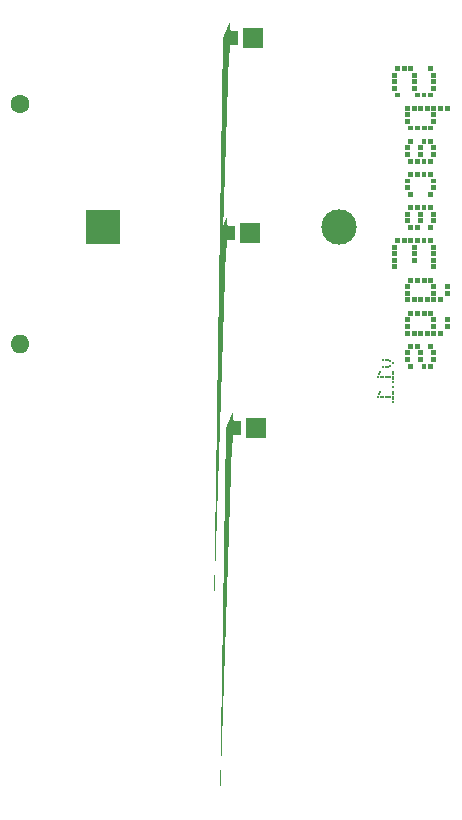
<source format=gbr>
%TF.GenerationSoftware,KiCad,Pcbnew,7.0.10*%
%TF.CreationDate,2024-03-05T20:04:55+01:00*%
%TF.ProjectId,spaceEggs,73706163-6545-4676-9773-2e6b69636164,rev?*%
%TF.SameCoordinates,Original*%
%TF.FileFunction,Soldermask,Bot*%
%TF.FilePolarity,Negative*%
%FSLAX46Y46*%
G04 Gerber Fmt 4.6, Leading zero omitted, Abs format (unit mm)*
G04 Created by KiCad (PCBNEW 7.0.10) date 2024-03-05 20:04:55*
%MOMM*%
%LPD*%
G01*
G04 APERTURE LIST*
G04 Aperture macros list*
%AMFreePoly0*
4,1,101,0.523063,1.238106,0.538902,1.238106,0.551715,1.228796,0.566779,1.223902,0.576088,1.211088,0.588902,1.201779,0.593796,1.186715,0.603106,1.173902,0.603106,1.158062,0.608000,1.143000,0.608000,0.609600,0.609600,0.609600,0.609600,0.608000,1.143000,0.608000,1.158063,0.603106,1.173902,0.603106,1.186715,0.593796,1.201779,0.588902,1.211088,0.576088,1.223902,0.566779,
1.228796,0.551715,1.238106,0.538902,1.238106,0.523062,1.243000,0.508000,1.243000,-0.508000,1.238106,-0.523062,1.238106,-0.538902,1.228796,-0.551715,1.223902,-0.566779,1.211088,-0.576088,1.201779,-0.588902,1.186715,-0.593796,1.173902,-0.603106,1.158063,-0.603106,1.143000,-0.608000,0.609600,-0.608000,0.609600,-0.609600,0.608000,-0.609600,0.608000,-1.143000,0.603106,-1.158062,
0.603106,-1.173902,0.593796,-1.186715,0.588902,-1.201779,0.576088,-1.211088,0.566779,-1.223902,0.551715,-1.228796,0.538902,-1.238106,0.523063,-1.238106,0.508000,-1.243000,-0.508000,-1.243000,-0.523063,-1.238106,-0.538902,-1.238106,-0.551715,-1.228796,-0.566779,-1.223902,-0.576088,-1.211088,-0.588902,-1.201779,-0.593796,-1.186715,-0.603106,-1.173902,-0.603106,-1.158062,-0.608000,-1.143000,
-0.608000,-0.609600,-0.609600,-0.609600,-0.609600,-0.608000,-1.143000,-0.608000,-1.158063,-0.603106,-1.173902,-0.603106,-1.186715,-0.593796,-1.201779,-0.588902,-1.211088,-0.576088,-1.223902,-0.566779,-1.228796,-0.551715,-1.238106,-0.538902,-1.238106,-0.523062,-1.243000,-0.508000,-1.243000,0.508000,-1.238106,0.523062,-1.238106,0.538902,-1.228796,0.551715,-1.223902,0.566779,-1.211088,0.576088,
-1.201779,0.588902,-1.186715,0.593796,-1.173902,0.603106,-1.158063,0.603106,-1.143000,0.608000,-0.609600,0.608000,-0.609600,0.609600,-0.608000,0.609600,-0.608000,1.143000,-0.603106,1.158062,-0.603106,1.173902,-0.593796,1.186715,-0.588902,1.201779,-0.576088,1.211088,-0.566779,1.223902,-0.551715,1.228796,-0.538902,1.238106,-0.523063,1.238106,-0.508000,1.243000,0.508000,1.243000,
0.523063,1.238106,0.523063,1.238106,$1*%
G04 Aperture macros list end*
%ADD10C,0.187500*%
%ADD11C,0.250000*%
%ADD12R,1.800000X1.800000*%
%ADD13FreePoly0,180.000000*%
%ADD14C,1.600000*%
%ADD15O,1.600000X1.600000*%
%ADD16R,3.000000X3.000000*%
%ADD17C,3.000000*%
G04 APERTURE END LIST*
D10*
G36*
X132214265Y-73660000D02*
G01*
X132214265Y-73829260D01*
X132383342Y-73829260D01*
X132383342Y-73660000D01*
X132214265Y-73660000D01*
G37*
G36*
X132425291Y-73660000D02*
G01*
X132425291Y-73829260D01*
X132594368Y-73829260D01*
X132594368Y-73660000D01*
X132425291Y-73660000D01*
G37*
G36*
X132631371Y-73660000D02*
G01*
X132631371Y-73829260D01*
X132800448Y-73829260D01*
X132800448Y-73660000D01*
X132631371Y-73660000D01*
G37*
G36*
X133053422Y-73976538D02*
G01*
X133053422Y-74145799D01*
X133222500Y-74145799D01*
X133222500Y-73976538D01*
X133053422Y-73976538D01*
G37*
G36*
X132631371Y-74287948D02*
G01*
X132631371Y-74457208D01*
X132800448Y-74457208D01*
X132800448Y-74287948D01*
X132631371Y-74287948D01*
G37*
G36*
X132214265Y-74287948D02*
G01*
X132214265Y-74457208D01*
X132383342Y-74457208D01*
X132383342Y-74287948D01*
X132214265Y-74287948D01*
G37*
G36*
X132425291Y-74287948D02*
G01*
X132425291Y-74457208D01*
X132594368Y-74457208D01*
X132594368Y-74287948D01*
X132425291Y-74287948D01*
G37*
G36*
X132842397Y-73765512D02*
G01*
X132842397Y-73934773D01*
X133011474Y-73934773D01*
X133011474Y-73765512D01*
X132842397Y-73765512D01*
G37*
G36*
X132842397Y-74182435D02*
G01*
X132842397Y-74351695D01*
X133011474Y-74351695D01*
X133011474Y-74182435D01*
X132842397Y-74182435D01*
G37*
G36*
X131792213Y-75132051D02*
G01*
X131792213Y-75301311D01*
X131961290Y-75301311D01*
X131961290Y-75132051D01*
X131792213Y-75132051D01*
G37*
G36*
X131951399Y-74710000D02*
G01*
X131951399Y-74879260D01*
X132120476Y-74879260D01*
X132120476Y-74710000D01*
X131951399Y-74710000D01*
G37*
G36*
X132842397Y-75132051D02*
G01*
X132842397Y-75301311D01*
X133011474Y-75301311D01*
X133011474Y-75132051D01*
X132842397Y-75132051D01*
G37*
G36*
X133053422Y-74710000D02*
G01*
X133053422Y-74879260D01*
X133222500Y-74879260D01*
X133222500Y-74710000D01*
X133053422Y-74710000D01*
G37*
G36*
X132214265Y-75132051D02*
G01*
X132214265Y-75301311D01*
X132383342Y-75301311D01*
X132383342Y-75132051D01*
X132214265Y-75132051D01*
G37*
G36*
X133053422Y-74921025D02*
G01*
X133053422Y-75090286D01*
X133222500Y-75090286D01*
X133222500Y-74921025D01*
X133053422Y-74921025D01*
G37*
G36*
X133053422Y-75132051D02*
G01*
X133053422Y-75301311D01*
X133222500Y-75301311D01*
X133222500Y-75132051D01*
X133053422Y-75132051D01*
G37*
G36*
X133053422Y-75337948D02*
G01*
X133053422Y-75507208D01*
X133222500Y-75507208D01*
X133222500Y-75337948D01*
X133053422Y-75337948D01*
G37*
G36*
X133053422Y-75548974D02*
G01*
X133053422Y-75718234D01*
X133222500Y-75718234D01*
X133222500Y-75548974D01*
X133053422Y-75548974D01*
G37*
G36*
X131845886Y-74921025D02*
G01*
X131845886Y-75090286D01*
X132014963Y-75090286D01*
X132014963Y-74921025D01*
X131845886Y-74921025D01*
G37*
G36*
X132425291Y-75132051D02*
G01*
X132425291Y-75301311D01*
X132594368Y-75301311D01*
X132594368Y-75132051D01*
X132425291Y-75132051D01*
G37*
G36*
X132003239Y-75132051D02*
G01*
X132003239Y-75301311D01*
X132172316Y-75301311D01*
X132172316Y-75132051D01*
X132003239Y-75132051D01*
G37*
G36*
X132631371Y-75132051D02*
G01*
X132631371Y-75301311D01*
X132800448Y-75301311D01*
X132800448Y-75132051D01*
X132631371Y-75132051D01*
G37*
G36*
X133053422Y-75969560D02*
G01*
X133053422Y-76138820D01*
X133222500Y-76138820D01*
X133222500Y-75969560D01*
X133053422Y-75969560D01*
G37*
G36*
X131792213Y-76811465D02*
G01*
X131792213Y-76980725D01*
X131961290Y-76980725D01*
X131961290Y-76811465D01*
X131792213Y-76811465D01*
G37*
G36*
X131951399Y-76389413D02*
G01*
X131951399Y-76558674D01*
X132120476Y-76558674D01*
X132120476Y-76389413D01*
X131951399Y-76389413D01*
G37*
G36*
X132842397Y-76811465D02*
G01*
X132842397Y-76980725D01*
X133011474Y-76980725D01*
X133011474Y-76811465D01*
X132842397Y-76811465D01*
G37*
G36*
X133053422Y-76389413D02*
G01*
X133053422Y-76558674D01*
X133222500Y-76558674D01*
X133222500Y-76389413D01*
X133053422Y-76389413D01*
G37*
G36*
X132214265Y-76811465D02*
G01*
X132214265Y-76980725D01*
X132383342Y-76980725D01*
X132383342Y-76811465D01*
X132214265Y-76811465D01*
G37*
G36*
X133053422Y-76600439D02*
G01*
X133053422Y-76769699D01*
X133222500Y-76769699D01*
X133222500Y-76600439D01*
X133053422Y-76600439D01*
G37*
G36*
X133053422Y-76811465D02*
G01*
X133053422Y-76980725D01*
X133222500Y-76980725D01*
X133222500Y-76811465D01*
X133053422Y-76811465D01*
G37*
G36*
X133053422Y-77017362D02*
G01*
X133053422Y-77186622D01*
X133222500Y-77186622D01*
X133222500Y-77017362D01*
X133053422Y-77017362D01*
G37*
G36*
X133053422Y-77228387D02*
G01*
X133053422Y-77397648D01*
X133222500Y-77397648D01*
X133222500Y-77228387D01*
X133053422Y-77228387D01*
G37*
G36*
X131845886Y-76600439D02*
G01*
X131845886Y-76769699D01*
X132014963Y-76769699D01*
X132014963Y-76600439D01*
X131845886Y-76600439D01*
G37*
G36*
X132425291Y-76811465D02*
G01*
X132425291Y-76980725D01*
X132594368Y-76980725D01*
X132594368Y-76811465D01*
X132425291Y-76811465D01*
G37*
G36*
X132003239Y-76811465D02*
G01*
X132003239Y-76980725D01*
X132172316Y-76980725D01*
X132172316Y-76811465D01*
X132003239Y-76811465D01*
G37*
G36*
X132631371Y-76811465D02*
G01*
X132631371Y-76980725D01*
X132800448Y-76980725D01*
X132800448Y-76811465D01*
X132631371Y-76811465D01*
G37*
D11*
G36*
X133037166Y-49457735D02*
G01*
X133037166Y-49877833D01*
X133456775Y-49877833D01*
X133456775Y-49457735D01*
X133037166Y-49457735D01*
G37*
G36*
X133037166Y-50569528D02*
G01*
X133037166Y-50989626D01*
X133456775Y-50989626D01*
X133456775Y-50569528D01*
X133037166Y-50569528D01*
G37*
G36*
X133318534Y-51132264D02*
G01*
X133318534Y-51552362D01*
X133738143Y-51552362D01*
X133738143Y-51132264D01*
X133318534Y-51132264D01*
G37*
G36*
X134725373Y-49457735D02*
G01*
X134725373Y-49877833D01*
X135144982Y-49877833D01*
X135144982Y-49457735D01*
X134725373Y-49457735D01*
G37*
G36*
X136400390Y-49457735D02*
G01*
X136400390Y-49877833D01*
X136820000Y-49877833D01*
X136820000Y-49457735D01*
X136400390Y-49457735D01*
G37*
G36*
X136400390Y-50020471D02*
G01*
X136400390Y-50440568D01*
X136820000Y-50440568D01*
X136820000Y-50020471D01*
X136400390Y-50020471D01*
G37*
G36*
X134725373Y-50020471D02*
G01*
X134725373Y-50440568D01*
X135144982Y-50440568D01*
X135144982Y-50020471D01*
X134725373Y-50020471D01*
G37*
G36*
X136400390Y-50569528D02*
G01*
X136400390Y-50989626D01*
X136820000Y-50989626D01*
X136820000Y-50569528D01*
X136400390Y-50569528D01*
G37*
G36*
X134725373Y-50569528D02*
G01*
X134725373Y-50989626D01*
X135144982Y-50989626D01*
X135144982Y-50569528D01*
X134725373Y-50569528D01*
G37*
G36*
X133037166Y-50020471D02*
G01*
X133037166Y-50440568D01*
X133456775Y-50440568D01*
X133456775Y-50020471D01*
X133037166Y-50020471D01*
G37*
G36*
X133318534Y-48895000D02*
G01*
X133318534Y-49315097D01*
X133738143Y-49315097D01*
X133738143Y-48895000D01*
X133318534Y-48895000D01*
G37*
G36*
X133881270Y-48895000D02*
G01*
X133881270Y-49315097D01*
X134300879Y-49315097D01*
X134300879Y-48895000D01*
X133881270Y-48895000D01*
G37*
G36*
X135006741Y-51132264D02*
G01*
X135006741Y-51552362D01*
X135426350Y-51552362D01*
X135426350Y-51132264D01*
X135006741Y-51132264D01*
G37*
G36*
X135556287Y-51132264D02*
G01*
X135556287Y-51552362D01*
X135975896Y-51552362D01*
X135975896Y-51132264D01*
X135556287Y-51132264D01*
G37*
G36*
X134444005Y-48895000D02*
G01*
X134444005Y-49315097D01*
X134863614Y-49315097D01*
X134863614Y-48895000D01*
X134444005Y-48895000D01*
G37*
G36*
X136119023Y-48895000D02*
G01*
X136119023Y-49315097D01*
X136538632Y-49315097D01*
X136538632Y-48895000D01*
X136119023Y-48895000D01*
G37*
G36*
X136119023Y-51132264D02*
G01*
X136119023Y-51552362D01*
X136538632Y-51552362D01*
X136538632Y-51132264D01*
X136119023Y-51132264D01*
G37*
G36*
X134162637Y-52253827D02*
G01*
X134162637Y-52673925D01*
X134582247Y-52673925D01*
X134582247Y-52253827D01*
X134162637Y-52253827D01*
G37*
G36*
X134162637Y-53379298D02*
G01*
X134162637Y-53799396D01*
X134582247Y-53799396D01*
X134582247Y-53379298D01*
X134162637Y-53379298D01*
G37*
G36*
X134444005Y-53928356D02*
G01*
X134444005Y-54348454D01*
X134863614Y-54348454D01*
X134863614Y-53928356D01*
X134444005Y-53928356D01*
G37*
G36*
X135569476Y-53928356D02*
G01*
X135569476Y-54348454D01*
X135989085Y-54348454D01*
X135989085Y-53928356D01*
X135569476Y-53928356D01*
G37*
G36*
X137525861Y-52253827D02*
G01*
X137525861Y-52673925D01*
X137945471Y-52673925D01*
X137945471Y-52253827D01*
X137525861Y-52253827D01*
G37*
G36*
X135850844Y-52253827D02*
G01*
X135850844Y-52673925D01*
X136270453Y-52673925D01*
X136270453Y-52253827D01*
X135850844Y-52253827D01*
G37*
G36*
X134725373Y-52253827D02*
G01*
X134725373Y-52673925D01*
X135144982Y-52673925D01*
X135144982Y-52253827D01*
X134725373Y-52253827D01*
G37*
G36*
X136132212Y-53928356D02*
G01*
X136132212Y-54348454D01*
X136551821Y-54348454D01*
X136551821Y-53928356D01*
X136132212Y-53928356D01*
G37*
G36*
X134162637Y-52816563D02*
G01*
X134162637Y-53236660D01*
X134582247Y-53236660D01*
X134582247Y-52816563D01*
X134162637Y-52816563D01*
G37*
G36*
X135006741Y-53928356D02*
G01*
X135006741Y-54348454D01*
X135426350Y-54348454D01*
X135426350Y-53928356D01*
X135006741Y-53928356D01*
G37*
G36*
X136400390Y-52253827D02*
G01*
X136400390Y-52673925D01*
X136820000Y-52673925D01*
X136820000Y-52253827D01*
X136400390Y-52253827D01*
G37*
G36*
X136400390Y-52816563D02*
G01*
X136400390Y-53236660D01*
X136820000Y-53236660D01*
X136820000Y-52816563D01*
X136400390Y-52816563D01*
G37*
G36*
X136400390Y-53379298D02*
G01*
X136400390Y-53799396D01*
X136820000Y-53799396D01*
X136820000Y-53379298D01*
X136400390Y-53379298D01*
G37*
G36*
X135288108Y-52253827D02*
G01*
X135288108Y-52673925D01*
X135707718Y-52673925D01*
X135707718Y-52253827D01*
X135288108Y-52253827D01*
G37*
G36*
X136963126Y-52253827D02*
G01*
X136963126Y-52673925D01*
X137382735Y-52673925D01*
X137382735Y-52253827D01*
X136963126Y-52253827D01*
G37*
G36*
X134162637Y-55616563D02*
G01*
X134162637Y-56036660D01*
X134582247Y-56036660D01*
X134582247Y-55616563D01*
X134162637Y-55616563D01*
G37*
G36*
X134444005Y-55053827D02*
G01*
X134444005Y-55473925D01*
X134863614Y-55473925D01*
X134863614Y-55053827D01*
X134444005Y-55053827D01*
G37*
G36*
X135556287Y-55053827D02*
G01*
X135556287Y-55473925D01*
X135975896Y-55473925D01*
X135975896Y-55053827D01*
X135556287Y-55053827D01*
G37*
G36*
X135556287Y-56728356D02*
G01*
X135556287Y-57148454D01*
X135975896Y-57148454D01*
X135975896Y-56728356D01*
X135556287Y-56728356D01*
G37*
G36*
X135006741Y-56728356D02*
G01*
X135006741Y-57148454D01*
X135426350Y-57148454D01*
X135426350Y-56728356D01*
X135006741Y-56728356D01*
G37*
G36*
X136119023Y-55053827D02*
G01*
X136119023Y-55473925D01*
X136538632Y-55473925D01*
X136538632Y-55053827D01*
X136119023Y-55053827D01*
G37*
G36*
X136119023Y-56728356D02*
G01*
X136119023Y-57148454D01*
X136538632Y-57148454D01*
X136538632Y-56728356D01*
X136119023Y-56728356D01*
G37*
G36*
X134162637Y-56179298D02*
G01*
X134162637Y-56599396D01*
X134582247Y-56599396D01*
X134582247Y-56179298D01*
X134162637Y-56179298D01*
G37*
G36*
X134444005Y-56728356D02*
G01*
X134444005Y-57148454D01*
X134863614Y-57148454D01*
X134863614Y-56728356D01*
X134444005Y-56728356D01*
G37*
G36*
X135274919Y-55616563D02*
G01*
X135274919Y-56036660D01*
X135694528Y-56036660D01*
X135694528Y-55616563D01*
X135274919Y-55616563D01*
G37*
G36*
X135274919Y-56179298D02*
G01*
X135274919Y-56599396D01*
X135694528Y-56599396D01*
X135694528Y-56179298D01*
X135274919Y-56179298D01*
G37*
G36*
X136400390Y-55616563D02*
G01*
X136400390Y-56036660D01*
X136820000Y-56036660D01*
X136820000Y-55616563D01*
X136400390Y-55616563D01*
G37*
G36*
X136400390Y-56179298D02*
G01*
X136400390Y-56599396D01*
X136820000Y-56599396D01*
X136820000Y-56179298D01*
X136400390Y-56179298D01*
G37*
G36*
X134162637Y-58416563D02*
G01*
X134162637Y-58836660D01*
X134582247Y-58836660D01*
X134582247Y-58416563D01*
X134162637Y-58416563D01*
G37*
G36*
X134444005Y-57853827D02*
G01*
X134444005Y-58273925D01*
X134863614Y-58273925D01*
X134863614Y-57853827D01*
X134444005Y-57853827D01*
G37*
G36*
X136119023Y-59528356D02*
G01*
X136119023Y-59948454D01*
X136538632Y-59948454D01*
X136538632Y-59528356D01*
X136119023Y-59528356D01*
G37*
G36*
X136400390Y-58416563D02*
G01*
X136400390Y-58836660D01*
X136820000Y-58836660D01*
X136820000Y-58416563D01*
X136400390Y-58416563D01*
G37*
G36*
X135006741Y-57853827D02*
G01*
X135006741Y-58273925D01*
X135426350Y-58273925D01*
X135426350Y-57853827D01*
X135006741Y-57853827D01*
G37*
G36*
X136400390Y-58979298D02*
G01*
X136400390Y-59399396D01*
X136820000Y-59399396D01*
X136820000Y-58979298D01*
X136400390Y-58979298D01*
G37*
G36*
X134162637Y-58979298D02*
G01*
X134162637Y-59399396D01*
X134582247Y-59399396D01*
X134582247Y-58979298D01*
X134162637Y-58979298D01*
G37*
G36*
X134444005Y-59528356D02*
G01*
X134444005Y-59948454D01*
X134863614Y-59948454D01*
X134863614Y-59528356D01*
X134444005Y-59528356D01*
G37*
G36*
X135556287Y-57853827D02*
G01*
X135556287Y-58273925D01*
X135975896Y-58273925D01*
X135975896Y-57853827D01*
X135556287Y-57853827D01*
G37*
G36*
X136119023Y-57853827D02*
G01*
X136119023Y-58273925D01*
X136538632Y-58273925D01*
X136538632Y-57853827D01*
X136119023Y-57853827D01*
G37*
G36*
X134162637Y-61216563D02*
G01*
X134162637Y-61636660D01*
X134582247Y-61636660D01*
X134582247Y-61216563D01*
X134162637Y-61216563D01*
G37*
G36*
X134444005Y-60653827D02*
G01*
X134444005Y-61073925D01*
X134863614Y-61073925D01*
X134863614Y-60653827D01*
X134444005Y-60653827D01*
G37*
G36*
X135556287Y-60653827D02*
G01*
X135556287Y-61073925D01*
X135975896Y-61073925D01*
X135975896Y-60653827D01*
X135556287Y-60653827D01*
G37*
G36*
X135006741Y-60653827D02*
G01*
X135006741Y-61073925D01*
X135426350Y-61073925D01*
X135426350Y-60653827D01*
X135006741Y-60653827D01*
G37*
G36*
X135006741Y-62328356D02*
G01*
X135006741Y-62748454D01*
X135426350Y-62748454D01*
X135426350Y-62328356D01*
X135006741Y-62328356D01*
G37*
G36*
X136119023Y-60653827D02*
G01*
X136119023Y-61073925D01*
X136538632Y-61073925D01*
X136538632Y-60653827D01*
X136119023Y-60653827D01*
G37*
G36*
X136119023Y-62328356D02*
G01*
X136119023Y-62748454D01*
X136538632Y-62748454D01*
X136538632Y-62328356D01*
X136119023Y-62328356D01*
G37*
G36*
X134162637Y-61779298D02*
G01*
X134162637Y-62199396D01*
X134582247Y-62199396D01*
X134582247Y-61779298D01*
X134162637Y-61779298D01*
G37*
G36*
X134444005Y-62328356D02*
G01*
X134444005Y-62748454D01*
X134863614Y-62748454D01*
X134863614Y-62328356D01*
X134444005Y-62328356D01*
G37*
G36*
X136400390Y-61216563D02*
G01*
X136400390Y-61636660D01*
X136820000Y-61636660D01*
X136820000Y-61216563D01*
X136400390Y-61216563D01*
G37*
G36*
X136400390Y-61779298D02*
G01*
X136400390Y-62199396D01*
X136820000Y-62199396D01*
X136820000Y-61779298D01*
X136400390Y-61779298D01*
G37*
G36*
X135274919Y-61216563D02*
G01*
X135274919Y-61636660D01*
X135694528Y-61636660D01*
X135694528Y-61216563D01*
X135274919Y-61216563D01*
G37*
G36*
X135274919Y-61779298D02*
G01*
X135274919Y-62199396D01*
X135694528Y-62199396D01*
X135694528Y-61779298D01*
X135274919Y-61779298D01*
G37*
G36*
X133037166Y-64016563D02*
G01*
X133037166Y-64436660D01*
X133456775Y-64436660D01*
X133456775Y-64016563D01*
X133037166Y-64016563D01*
G37*
G36*
X133037166Y-65128356D02*
G01*
X133037166Y-65548454D01*
X133456775Y-65548454D01*
X133456775Y-65128356D01*
X133037166Y-65128356D01*
G37*
G36*
X133318534Y-63453827D02*
G01*
X133318534Y-63873925D01*
X133738143Y-63873925D01*
X133738143Y-63453827D01*
X133318534Y-63453827D01*
G37*
G36*
X134725373Y-64016563D02*
G01*
X134725373Y-64436660D01*
X135144982Y-64436660D01*
X135144982Y-64016563D01*
X134725373Y-64016563D01*
G37*
G36*
X136400390Y-64016563D02*
G01*
X136400390Y-64436660D01*
X136820000Y-64436660D01*
X136820000Y-64016563D01*
X136400390Y-64016563D01*
G37*
G36*
X136400390Y-64579298D02*
G01*
X136400390Y-64999396D01*
X136820000Y-64999396D01*
X136820000Y-64579298D01*
X136400390Y-64579298D01*
G37*
G36*
X136400390Y-65128356D02*
G01*
X136400390Y-65548454D01*
X136820000Y-65548454D01*
X136820000Y-65128356D01*
X136400390Y-65128356D01*
G37*
G36*
X136400390Y-65691092D02*
G01*
X136400390Y-66111189D01*
X136820000Y-66111189D01*
X136820000Y-65691092D01*
X136400390Y-65691092D01*
G37*
G36*
X134725373Y-64579298D02*
G01*
X134725373Y-64999396D01*
X135144982Y-64999396D01*
X135144982Y-64579298D01*
X134725373Y-64579298D01*
G37*
G36*
X134725373Y-65128356D02*
G01*
X134725373Y-65548454D01*
X135144982Y-65548454D01*
X135144982Y-65128356D01*
X134725373Y-65128356D01*
G37*
G36*
X135006741Y-63453827D02*
G01*
X135006741Y-63873925D01*
X135426350Y-63873925D01*
X135426350Y-63453827D01*
X135006741Y-63453827D01*
G37*
G36*
X133037166Y-64579298D02*
G01*
X133037166Y-64999396D01*
X133456775Y-64999396D01*
X133456775Y-64579298D01*
X133037166Y-64579298D01*
G37*
G36*
X133881270Y-63453827D02*
G01*
X133881270Y-63873925D01*
X134300879Y-63873925D01*
X134300879Y-63453827D01*
X133881270Y-63453827D01*
G37*
G36*
X135556287Y-63453827D02*
G01*
X135556287Y-63873925D01*
X135975896Y-63873925D01*
X135975896Y-63453827D01*
X135556287Y-63453827D01*
G37*
G36*
X133037166Y-65691092D02*
G01*
X133037166Y-66111189D01*
X133456775Y-66111189D01*
X133456775Y-65691092D01*
X133037166Y-65691092D01*
G37*
G36*
X134444005Y-63453827D02*
G01*
X134444005Y-63873925D01*
X134863614Y-63873925D01*
X134863614Y-63453827D01*
X134444005Y-63453827D01*
G37*
G36*
X136119023Y-63453827D02*
G01*
X136119023Y-63873925D01*
X136538632Y-63873925D01*
X136538632Y-63453827D01*
X136119023Y-63453827D01*
G37*
G36*
X134162637Y-67375390D02*
G01*
X134162637Y-67795488D01*
X134582247Y-67795488D01*
X134582247Y-67375390D01*
X134162637Y-67375390D01*
G37*
G36*
X134162637Y-68487184D02*
G01*
X134162637Y-68907281D01*
X134582247Y-68907281D01*
X134582247Y-68487184D01*
X134162637Y-68487184D01*
G37*
G36*
X135569476Y-66812655D02*
G01*
X135569476Y-67232752D01*
X135989085Y-67232752D01*
X135989085Y-66812655D01*
X135569476Y-66812655D01*
G37*
G36*
X137525861Y-67375390D02*
G01*
X137525861Y-67795488D01*
X137945471Y-67795488D01*
X137945471Y-67375390D01*
X137525861Y-67375390D01*
G37*
G36*
X137525861Y-67938126D02*
G01*
X137525861Y-68358224D01*
X137945471Y-68358224D01*
X137945471Y-67938126D01*
X137525861Y-67938126D01*
G37*
G36*
X135850844Y-68487184D02*
G01*
X135850844Y-68907281D01*
X136270453Y-68907281D01*
X136270453Y-68487184D01*
X135850844Y-68487184D01*
G37*
G36*
X134725373Y-68487184D02*
G01*
X134725373Y-68907281D01*
X135144982Y-68907281D01*
X135144982Y-68487184D01*
X134725373Y-68487184D01*
G37*
G36*
X136132212Y-66812655D02*
G01*
X136132212Y-67232752D01*
X136551821Y-67232752D01*
X136551821Y-66812655D01*
X136132212Y-66812655D01*
G37*
G36*
X135006741Y-66812655D02*
G01*
X135006741Y-67232752D01*
X135426350Y-67232752D01*
X135426350Y-66812655D01*
X135006741Y-66812655D01*
G37*
G36*
X134162637Y-67938126D02*
G01*
X134162637Y-68358224D01*
X134582247Y-68358224D01*
X134582247Y-67938126D01*
X134162637Y-67938126D01*
G37*
G36*
X134444005Y-66812655D02*
G01*
X134444005Y-67232752D01*
X134863614Y-67232752D01*
X134863614Y-66812655D01*
X134444005Y-66812655D01*
G37*
G36*
X136400390Y-67375390D02*
G01*
X136400390Y-67795488D01*
X136820000Y-67795488D01*
X136820000Y-67375390D01*
X136400390Y-67375390D01*
G37*
G36*
X136400390Y-67938126D02*
G01*
X136400390Y-68358224D01*
X136820000Y-68358224D01*
X136820000Y-67938126D01*
X136400390Y-67938126D01*
G37*
G36*
X136400390Y-68487184D02*
G01*
X136400390Y-68907281D01*
X136820000Y-68907281D01*
X136820000Y-68487184D01*
X136400390Y-68487184D01*
G37*
G36*
X135288108Y-68487184D02*
G01*
X135288108Y-68907281D01*
X135707718Y-68907281D01*
X135707718Y-68487184D01*
X135288108Y-68487184D01*
G37*
G36*
X136963126Y-68487184D02*
G01*
X136963126Y-68907281D01*
X137382735Y-68907281D01*
X137382735Y-68487184D01*
X136963126Y-68487184D01*
G37*
G36*
X134162637Y-70175390D02*
G01*
X134162637Y-70595488D01*
X134582247Y-70595488D01*
X134582247Y-70175390D01*
X134162637Y-70175390D01*
G37*
G36*
X134162637Y-71287184D02*
G01*
X134162637Y-71707281D01*
X134582247Y-71707281D01*
X134582247Y-71287184D01*
X134162637Y-71287184D01*
G37*
G36*
X135569476Y-69612655D02*
G01*
X135569476Y-70032752D01*
X135989085Y-70032752D01*
X135989085Y-69612655D01*
X135569476Y-69612655D01*
G37*
G36*
X137525861Y-70175390D02*
G01*
X137525861Y-70595488D01*
X137945471Y-70595488D01*
X137945471Y-70175390D01*
X137525861Y-70175390D01*
G37*
G36*
X137525861Y-70738126D02*
G01*
X137525861Y-71158224D01*
X137945471Y-71158224D01*
X137945471Y-70738126D01*
X137525861Y-70738126D01*
G37*
G36*
X135850844Y-71287184D02*
G01*
X135850844Y-71707281D01*
X136270453Y-71707281D01*
X136270453Y-71287184D01*
X135850844Y-71287184D01*
G37*
G36*
X134725373Y-71287184D02*
G01*
X134725373Y-71707281D01*
X135144982Y-71707281D01*
X135144982Y-71287184D01*
X134725373Y-71287184D01*
G37*
G36*
X136132212Y-69612655D02*
G01*
X136132212Y-70032752D01*
X136551821Y-70032752D01*
X136551821Y-69612655D01*
X136132212Y-69612655D01*
G37*
G36*
X135006741Y-69612655D02*
G01*
X135006741Y-70032752D01*
X135426350Y-70032752D01*
X135426350Y-69612655D01*
X135006741Y-69612655D01*
G37*
G36*
X134162637Y-70738126D02*
G01*
X134162637Y-71158224D01*
X134582247Y-71158224D01*
X134582247Y-70738126D01*
X134162637Y-70738126D01*
G37*
G36*
X134444005Y-69612655D02*
G01*
X134444005Y-70032752D01*
X134863614Y-70032752D01*
X134863614Y-69612655D01*
X134444005Y-69612655D01*
G37*
G36*
X136400390Y-70175390D02*
G01*
X136400390Y-70595488D01*
X136820000Y-70595488D01*
X136820000Y-70175390D01*
X136400390Y-70175390D01*
G37*
G36*
X136400390Y-70738126D02*
G01*
X136400390Y-71158224D01*
X136820000Y-71158224D01*
X136820000Y-70738126D01*
X136400390Y-70738126D01*
G37*
G36*
X136400390Y-71287184D02*
G01*
X136400390Y-71707281D01*
X136820000Y-71707281D01*
X136820000Y-71287184D01*
X136400390Y-71287184D01*
G37*
G36*
X135288108Y-71287184D02*
G01*
X135288108Y-71707281D01*
X135707718Y-71707281D01*
X135707718Y-71287184D01*
X135288108Y-71287184D01*
G37*
G36*
X136963126Y-71287184D02*
G01*
X136963126Y-71707281D01*
X137382735Y-71707281D01*
X137382735Y-71287184D01*
X136963126Y-71287184D01*
G37*
G36*
X134162637Y-72975390D02*
G01*
X134162637Y-73395488D01*
X134582247Y-73395488D01*
X134582247Y-72975390D01*
X134162637Y-72975390D01*
G37*
G36*
X134444005Y-72412655D02*
G01*
X134444005Y-72832752D01*
X134863614Y-72832752D01*
X134863614Y-72412655D01*
X134444005Y-72412655D01*
G37*
G36*
X135556287Y-74087184D02*
G01*
X135556287Y-74507281D01*
X135975896Y-74507281D01*
X135975896Y-74087184D01*
X135556287Y-74087184D01*
G37*
G36*
X135006741Y-72412655D02*
G01*
X135006741Y-72832752D01*
X135426350Y-72832752D01*
X135426350Y-72412655D01*
X135006741Y-72412655D01*
G37*
G36*
X136119023Y-72412655D02*
G01*
X136119023Y-72832752D01*
X136538632Y-72832752D01*
X136538632Y-72412655D01*
X136119023Y-72412655D01*
G37*
G36*
X136119023Y-74087184D02*
G01*
X136119023Y-74507281D01*
X136538632Y-74507281D01*
X136538632Y-74087184D01*
X136119023Y-74087184D01*
G37*
G36*
X134162637Y-73538126D02*
G01*
X134162637Y-73958224D01*
X134582247Y-73958224D01*
X134582247Y-73538126D01*
X134162637Y-73538126D01*
G37*
G36*
X134444005Y-74087184D02*
G01*
X134444005Y-74507281D01*
X134863614Y-74507281D01*
X134863614Y-74087184D01*
X134444005Y-74087184D01*
G37*
G36*
X136400390Y-72975390D02*
G01*
X136400390Y-73395488D01*
X136820000Y-73395488D01*
X136820000Y-72975390D01*
X136400390Y-72975390D01*
G37*
G36*
X136400390Y-73538126D02*
G01*
X136400390Y-73958224D01*
X136820000Y-73958224D01*
X136820000Y-73538126D01*
X136400390Y-73538126D01*
G37*
G36*
X135274919Y-72975390D02*
G01*
X135274919Y-73395488D01*
X135694528Y-73395488D01*
X135694528Y-72975390D01*
X135274919Y-72975390D01*
G37*
G36*
X135274919Y-73538126D02*
G01*
X135274919Y-73958224D01*
X135694528Y-73958224D01*
X135694528Y-73538126D01*
X135274919Y-73538126D01*
G37*
D12*
%TO.C,D2*%
X121000000Y-63000000D03*
D13*
X118460000Y-63000000D03*
%TD*%
D14*
%TO.C,SW1*%
X101600000Y-52070000D03*
D15*
X101600000Y-72390000D03*
%TD*%
D12*
%TO.C,D3*%
X121275000Y-46500000D03*
D13*
X118735000Y-46500000D03*
%TD*%
D16*
%TO.C,BT1*%
X108549520Y-62500000D03*
D17*
X128549520Y-62500000D03*
%TD*%
D12*
%TO.C,D1*%
X121500000Y-79500000D03*
D13*
X118960000Y-79500000D03*
%TD*%
M02*

</source>
